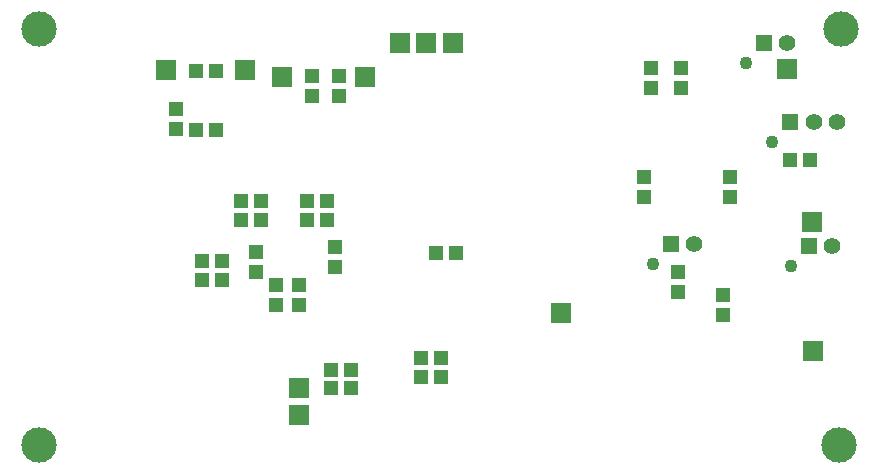
<source format=gbr>
G04 DipTrace 3.2.0.0*
G04 Science_board_v2_BottomMask.gbr*
%MOMM*%
G04 #@! TF.FileFunction,Soldermask,Bot*
G04 #@! TF.Part,Single*
%ADD50C,1.1*%
%ADD51C,3.0*%
%ADD82C,1.4*%
%ADD84R,1.4X1.4*%
%ADD98R,1.3X1.2*%
%ADD100R,1.2X1.3*%
%ADD102R,1.7X1.7*%
%FSLAX35Y35*%
G04*
G71*
G90*
G75*
G01*
G04 BotMask*
%LPD*%
D102*
X6645173Y3498343D3*
X6858000Y1111250D3*
X4730750Y1428750D3*
X2508250Y571500D3*
Y793750D3*
D100*
X2147500Y1774750D3*
Y1944750D3*
X2818737Y1818263D3*
Y1988263D3*
D98*
X2020500Y2378000D3*
X2190500D3*
X2580750D3*
X2750750D3*
X2580750Y2219250D3*
X2750750D3*
X2020500D3*
X2190500D3*
X1691750Y1870000D3*
X1861750D3*
X1691750Y1711250D3*
X1861750D3*
X1639500Y2981250D3*
X1809500D3*
D100*
X5715000Y1778000D3*
Y1608000D3*
D102*
X1385500Y3489250D3*
X2052250D3*
X6855200Y2204653D3*
D84*
X6445250Y3714750D3*
D82*
X6645250D3*
D50*
X6295250Y3544750D3*
D84*
X5656867Y2018013D3*
D82*
X5856867D3*
D50*
X5506867Y1848013D3*
D84*
X6826250Y2000250D3*
D82*
X7026250D3*
D50*
X6676250Y1830250D3*
D84*
X6667500Y3048000D3*
D82*
X6867500D3*
X7067500D3*
D50*
X6517500Y2878000D3*
D98*
X1639500Y3480020D3*
X1809500D3*
D100*
X1470500Y3161500D3*
Y2991500D3*
X6159500Y2413000D3*
Y2583000D3*
X5429250Y2413000D3*
Y2583000D3*
X5746750Y3333750D3*
Y3503750D3*
X5492750Y3333750D3*
Y3503750D3*
D98*
X6667500Y2730500D3*
X6837500D3*
D100*
X2846000Y3437000D3*
Y3267000D3*
X2623750Y3437000D3*
Y3267000D3*
X2508420Y1496053D3*
Y1666053D3*
X2317920Y1496053D3*
Y1666053D3*
X6096000Y1587500D3*
Y1417500D3*
D98*
X2952750Y952500D3*
X2782750D3*
X2952750Y793750D3*
X2782750D3*
X3714750Y1047750D3*
X3544750D3*
X3714750Y889000D3*
X3544750D3*
X3840671Y1938878D3*
X3670671D3*
D102*
X3068250Y3425750D3*
X2369750D3*
X3810000Y3714750D3*
X3587750D3*
X3365500D3*
D51*
X306000Y3838500D3*
X7100500D3*
X7080250Y317500D3*
X306000Y314250D3*
M02*

</source>
